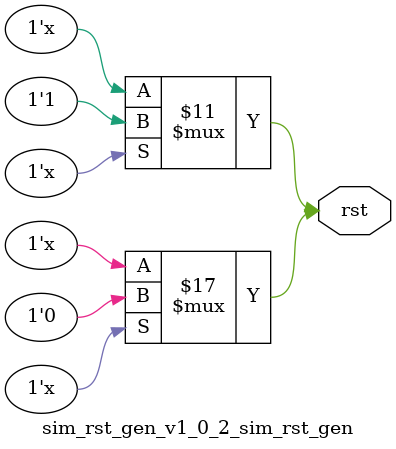
<source format=v>
`timescale 1ns / 1ps
module sim_rst_gen_v1_0_2_sim_rst_gen( rst );
    parameter RST_PERIOD   = 30;
    parameter TOTAL_PERIOD = 10;
    parameter RST_POLARITY = 1;

    output reg rst;
    reg rst_done;

    initial
    begin
       rst = (RST_POLARITY == 1) ? 1'b1 : 1'b0;
       rst = #RST_PERIOD (RST_POLARITY == 1) ? 1'b0 : 1'b1;
       rst_done = 0;
    end      
    
    always@(rst_done)
    begin
      if (rst_done == 1) begin
        rst = #RST_PERIOD (RST_POLARITY == 1) ? 1'b0 : 1'b1;
        rst_done = 0;
      end
    end
    always@(rst_done)
    begin
      if ((rst_done == 0) && (TOTAL_PERIOD > 0)) begin
        rst = #TOTAL_PERIOD (RST_POLARITY == 1) ? 1'b1 : 1'b0;
        rst_done = 1;
      end
    end
endmodule



</source>
